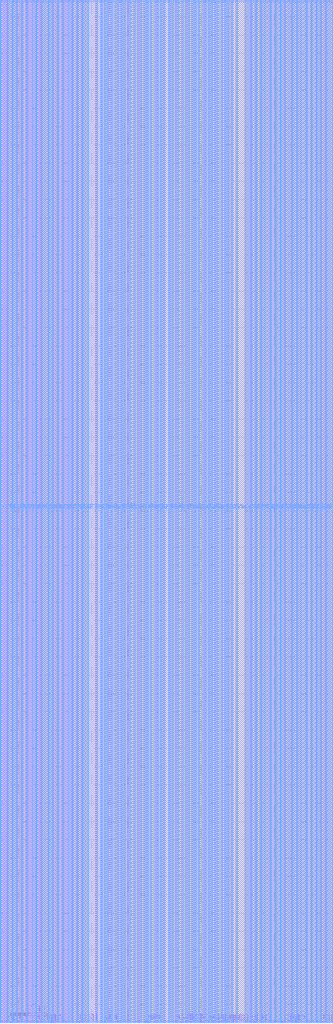
<source format=lef>
# Copyright (c) 2024 SMIC
# Filename   : S013LLLPSP_X256Y8D8.lef
# IP code    : S013LLLPSP
# Version    : v0p2
# CreateDate : Sep 19, 2024

# Name: Single-Port Low Power SRAM, SMIC 0.13um  EE Process
# Configuration: -instname S013LLLPSP_X256Y8D8 -rows 256 -bits 8 -mux 8 
# Redundancy: Off
# Bit-Write: Off

# DISCLAIMER                                                                      
#                                                                                   
#   SMIC hereby provides the quality information to you but makes no claims,      
# promises or guarantees about the accuracy, completeness, or adequacy of the     
# information herein. The information contained herein is provided on an "AS IS"  
# basis without any warranty, and SMIC assumes no obligation to provide support   
# of any kind or otherwise maintain the information.                                
#   SMIC disclaims any representation that the information does not infringe any  
# intellectual property rights or proprietary rights of any third parties. SMIC   
# makes no other warranty, whether express, implied or statutory as to any        
# matter whatsoever, including but not limited to the accuracy or sufficiency of  
# any information or the merchantability and fitness for a particular purpose.    
# Neither SMIC nor any of its representatives shall be liable for any cause of    
# action incurred to connect to this service.                                       
#                                                                                 
# STATEMENT OF USE AND CONFIDENTIALITY                                              
#                                                                                   
#   The following/attached material contains confidential and proprietary           
# information of SMIC. This material is based upon information which SMIC           
# considers reliable, but SMIC neither represents nor warrants that such          
# information is accurate or complete, and it must not be relied upon as such.    
# This information was prepared for informational purposes and is for the use     
# by SMIC's customer only. SMIC reserves the right to make changes in the           
# information at any time without notice.                                           
#   No part of this information may be reproduced, transmitted, transcribed,        
# stored in a retrieval system, or translated into any human or computer           
# language, in any form or by any means, electronic, mechanical, magnetic,          
# optical, chemical, manual, or otherwise, without the prior written consent of   
# SMIC. Any unauthorized use or disclosure of this material is strictly             
# prohibited and may be unlawful. By accepting this material, the receiving         
# party shall be deemed to have acknowledged, accepted, and agreed to be bound    
# by the foregoing limitations and restrictions. Thank you.                         
#                                                                                   
VERSION 5.4 ;
NAMESCASESENSITIVE ON ;
BUSBITCHARS "[]" ;
DIVIDERCHAR "/" ;
MACRO S013LLLPSP_X256Y8D8
 CLASS BLOCK ;
 ORIGIN 0 0 ;
 SYMMETRY X Y R90 ;
 SIZE 182.34 BY 559.045 ;
 PIN Q[0]
 DIRECTION OUTPUT ;
 USE SIGNAL ;
 PORT
 LAYER M2 ;
 RECT 3.965 0 4.165 0.5 ;
 END
 ANTENNAGATEAREA 0.208 ;
 ANTENNADIFFAREA 0.1736 ;
 END Q[0]
 PIN D[0]
 DIRECTION INPUT ;
 USE SIGNAL ;
 PORT
 LAYER M2 ;
 RECT 5.555 0 5.755 0.5 ;
 END
 ANTENNAGATEAREA 0.208 ;
 ANTENNADIFFAREA 0.1736 ;
 END D[0]
 PIN D[1]
 DIRECTION INPUT ;
 USE SIGNAL ;
 PORT
 LAYER M2 ;
 RECT 20.745 0 20.945 0.5 ;
 END
 ANTENNAGATEAREA 0.208 ;
 ANTENNADIFFAREA 0.1736 ;
 END D[1]
 PIN Q[1]
 DIRECTION OUTPUT ;
 USE SIGNAL ;
 PORT
 LAYER M2 ;
 RECT 22.335 0 22.535 0.5 ;
 END
 ANTENNAGATEAREA 0.208 ;
 ANTENNADIFFAREA 0.1736 ;
 END Q[1]
 PIN Q[2]
 DIRECTION OUTPUT ;
 USE SIGNAL ;
 PORT
 LAYER M2 ;
 RECT 26.305 0 26.505 0.5 ;
 END
 ANTENNAGATEAREA 0.208 ;
 ANTENNADIFFAREA 0.1736 ;
 END Q[2]
 PIN D[2]
 DIRECTION INPUT ;
 USE SIGNAL ;
 PORT
 LAYER M2 ;
 RECT 27.895 0 28.095 0.5 ;
 END
 ANTENNAGATEAREA 0.208 ;
 ANTENNADIFFAREA 0.1736 ;
 END D[2]
 PIN D[3]
 DIRECTION INPUT ;
 USE SIGNAL ;
 PORT
 LAYER M2 ;
 RECT 43.085 0 43.285 0.5 ;
 END
 ANTENNAGATEAREA 0.208 ;
 ANTENNADIFFAREA 0.1736 ;
 END D[3]
 PIN Q[3]
 DIRECTION OUTPUT ;
 USE SIGNAL ;
 PORT
 LAYER M2 ;
 RECT 44.675 0 44.875 0.5 ;
 END
 ANTENNAGATEAREA 0.208 ;
 ANTENNADIFFAREA 0.1736 ;
 END Q[3]
 PIN WEN
 DIRECTION INPUT ;
 USE SIGNAL ;
 PORT
 LAYER M2 ;
 RECT 57.37 0 57.57 0.5 ;
 END
 ANTENNAGATEAREA 0.208 ;
 ANTENNADIFFAREA 0.1736 ;
 END WEN
 PIN CLK
 DIRECTION INPUT ;
 USE SIGNAL ;
 PORT
 LAYER M2 ;
 RECT 79.3 0 79.55 0.5 ;
 END
 ANTENNAGATEAREA 0.208 ;
 ANTENNADIFFAREA 0.1736 ;
 END CLK
 PIN CEN
 DIRECTION INPUT ;
 USE SIGNAL ;
 PORT
 LAYER M2 ;
 RECT 80.885 0 81.135 0.5 ;
 END
 ANTENNAGATEAREA 0.208 ;
 ANTENNADIFFAREA 0.1736 ;
 END CEN
 PIN A[7]
 DIRECTION INPUT ;
 USE SIGNAL ;
 PORT
 LAYER M2 ;
 RECT 96.22 0 96.42 0.5 ;
 END
 ANTENNAGATEAREA 0.208 ;
 ANTENNADIFFAREA 0.1736 ;
 END A[7]
 PIN A[6]
 DIRECTION INPUT ;
 USE SIGNAL ;
 PORT
 LAYER M2 ;
 RECT 98.535 0 98.735 0.5 ;
 END
 ANTENNAGATEAREA 0.208 ;
 ANTENNADIFFAREA 0.1736 ;
 END A[6]
 PIN A[9]
 DIRECTION INPUT ;
 USE SIGNAL ;
 PORT
 LAYER M2 ;
 RECT 101.77 0 101.97 0.5 ;
 END
 ANTENNAGATEAREA 0.208 ;
 ANTENNADIFFAREA 0.1736 ;
 END A[9]
 PIN A[8]
 DIRECTION INPUT ;
 USE SIGNAL ;
 PORT
 LAYER M2 ;
 RECT 104.085 0 104.285 0.5 ;
 END
 ANTENNAGATEAREA 0.208 ;
 ANTENNADIFFAREA 0.1736 ;
 END A[8]
 PIN A[10]
 DIRECTION INPUT ;
 USE SIGNAL ;
 PORT
 LAYER M2 ;
 RECT 109.635 0 109.835 0.5 ;
 END
 ANTENNAGATEAREA 0.208 ;
 ANTENNADIFFAREA 0.1736 ;
 END A[10]
 PIN A[3]
 DIRECTION INPUT ;
 USE SIGNAL ;
 PORT
 LAYER M2 ;
 RECT 114.2 0 114.4 0.5 ;
 END
 ANTENNAGATEAREA 0.208 ;
 ANTENNADIFFAREA 0.1736 ;
 END A[3]
 PIN A[5]
 DIRECTION INPUT ;
 USE SIGNAL ;
 PORT
 LAYER M2 ;
 RECT 116.44 0 116.64 0.5 ;
 END
 ANTENNAGATEAREA 0.208 ;
 ANTENNADIFFAREA 0.1736 ;
 END A[5]
 PIN A[4]
 DIRECTION INPUT ;
 USE SIGNAL ;
 PORT
 LAYER M2 ;
 RECT 119.8 0 120 0.5 ;
 END
 ANTENNAGATEAREA 0.208 ;
 ANTENNADIFFAREA 0.1736 ;
 END A[4]
 PIN A[0]
 DIRECTION INPUT ;
 USE SIGNAL ;
 PORT
 LAYER M2 ;
 RECT 124.21 0 124.41 0.5 ;
 END
 ANTENNAGATEAREA 0.208 ;
 ANTENNADIFFAREA 0.1736 ;
 END A[0]
 PIN A[2]
 DIRECTION INPUT ;
 USE SIGNAL ;
 PORT
 LAYER M2 ;
 RECT 125.33 0 125.53 0.5 ;
 END
 ANTENNAGATEAREA 0.208 ;
 ANTENNADIFFAREA 0.1736 ;
 END A[2]
 PIN A[1]
 DIRECTION INPUT ;
 USE SIGNAL ;
 PORT
 LAYER M2 ;
 RECT 127.61 0 127.81 0.5 ;
 END
 ANTENNAGATEAREA 0.208 ;
 ANTENNADIFFAREA 0.1736 ;
 END A[1]
 PIN Q[4]
 DIRECTION OUTPUT ;
 USE SIGNAL ;
 PORT
 LAYER M2 ;
 RECT 137.465 0 137.665 0.5 ;
 END
 ANTENNAGATEAREA 0.208 ;
 ANTENNADIFFAREA 0.1736 ;
 END Q[4]
 PIN D[4]
 DIRECTION INPUT ;
 USE SIGNAL ;
 PORT
 LAYER M2 ;
 RECT 139.055 0 139.255 0.5 ;
 END
 ANTENNAGATEAREA 0.208 ;
 ANTENNADIFFAREA 0.1736 ;
 END D[4]
 PIN D[5]
 DIRECTION INPUT ;
 USE SIGNAL ;
 PORT
 LAYER M2 ;
 RECT 154.245 0 154.445 0.5 ;
 END
 ANTENNAGATEAREA 0.208 ;
 ANTENNADIFFAREA 0.1736 ;
 END D[5]
 PIN Q[5]
 DIRECTION OUTPUT ;
 USE SIGNAL ;
 PORT
 LAYER M2 ;
 RECT 155.835 0 156.035 0.5 ;
 END
 ANTENNAGATEAREA 0.208 ;
 ANTENNADIFFAREA 0.1736 ;
 END Q[5]
 PIN Q[6]
 DIRECTION OUTPUT ;
 USE SIGNAL ;
 PORT
 LAYER M2 ;
 RECT 159.805 0 160.005 0.5 ;
 END
 ANTENNAGATEAREA 0.208 ;
 ANTENNADIFFAREA 0.1736 ;
 END Q[6]
 PIN D[6]
 DIRECTION INPUT ;
 USE SIGNAL ;
 PORT
 LAYER M2 ;
 RECT 161.395 0 161.595 0.5 ;
 END
 ANTENNAGATEAREA 0.208 ;
 ANTENNADIFFAREA 0.1736 ;
 END D[6]
 PIN D[7]
 DIRECTION INPUT ;
 USE SIGNAL ;
 PORT
 LAYER M2 ;
 RECT 176.585 0 176.785 0.5 ;
 END
 ANTENNAGATEAREA 0.208 ;
 ANTENNADIFFAREA 0.1736 ;
 END D[7]
 PIN Q[7]
 DIRECTION OUTPUT ;
 USE SIGNAL ;
 PORT
 LAYER M2 ;
 RECT 178.175 0 178.375 0.5 ;
 END
 ANTENNAGATEAREA 0.208 ;
 ANTENNADIFFAREA 0.1736 ;
 END Q[7]
 PIN VDDP
 USE POWER ;
 PORT
 LAYER M4 ;
 RECT 52.44 0 53.04 559.045 ;    
 END 
 PORT
 LAYER M4 ;
 RECT 57.045 0 57.645 559.045 ;    
 END 
 PORT
 LAYER M4 ;
 RECT 60.645 0 61.245 559.045 ;    
 END 
 PORT
 LAYER M4 ;
 RECT 64.245 0 64.845 559.045 ;    
 END 
 PORT
 LAYER M4 ;
 RECT 67.845 0 68.445 559.045 ;    
 END 
 PORT
 LAYER M4 ;
 RECT 71.445 0 72.045 559.045 ;    
 END 
 PORT
 LAYER M4 ;
 RECT 75.045 0 75.645 559.045 ;    
 END 
 PORT
 LAYER M4 ;
 RECT 78.645 0 79.245 559.045 ;    
 END 
 PORT
 LAYER M4 ;
 RECT 82.245 0 82.845 559.045 ;    
 END 
 PORT
 LAYER M4 ;
 RECT 85.845 0 86.445 559.045 ;    
 END 
 PORT
 LAYER M4 ;
 RECT 89.445 0 90.045 559.045 ;    
 END 
 PORT
 LAYER M4 ;
 RECT 92.295 0 92.895 559.045 ;    
 END 
 PORT
 LAYER M4 ;
 RECT 95.895 0 96.495 559.045 ;    
 END 
 PORT
 LAYER M4 ;
 RECT 99.495 0 100.095 559.045 ;    
 END 
 PORT
 LAYER M4 ;
 RECT 103.095 0 103.695 559.045 ;    
 END 
 PORT
 LAYER M4 ;
 RECT 106.695 0 107.295 559.045 ;    
 END 
 PORT
 LAYER M4 ;
 RECT 110.295 0 110.895 559.045 ;    
 END 
 PORT
 LAYER M4 ;
 RECT 113.895 0 114.495 559.045 ;    
 END 
 PORT
 LAYER M4 ;
 RECT 117.495 0 118.095 559.045 ;    
 END 
 PORT
 LAYER M4 ;
 RECT 121.095 0 121.695 559.045 ;    
 END 
 PORT
 LAYER M4 ;
 RECT 124.695 0 125.295 559.045 ;    
 END 
 PORT
 LAYER M4 ;
 RECT 129.3 0 129.9 559.045 ;    
 END 
 PORT
 LAYER M4 ;
 RECT 0.635 0 1.235 559.045 ; 
 END 
 PORT
 LAYER M4 ;
 RECT 2.925 0 3.525 559.045 ; 
 END 
 PORT
 LAYER M4 ;
 RECT 12.335 0 12.935 559.045 ; 
 END 
 PORT
 LAYER M4 ;
 RECT 13.565 0 14.165 559.045 ; 
 END 
 PORT
 LAYER M4 ;
 RECT 22.975 0 23.575 559.045 ; 
 END 
 PORT
 LAYER M4 ;
 RECT 25.265 0 25.865 559.045 ; 
 END 
 PORT
 LAYER M4 ;
 RECT 34.675 0 35.275 559.045 ; 
 END 
 PORT
 LAYER M4 ;
 RECT 35.905 0 36.505 559.045 ; 
 END 
 PORT
 LAYER M4 ;
 RECT 45.315 0 45.915 559.045 ; 
 END 
 PORT
 LAYER M4 ;
 RECT 47.605 0 48.205 559.045 ; 
 END 
 PORT
 LAYER M4 ;
 RECT 134.135 0 134.735 559.045 ; 
 END 
 PORT
 LAYER M4 ;
 RECT 136.425 0 137.025 559.045 ; 
 END 
 PORT
 LAYER M4 ;
 RECT 145.835 0 146.435 559.045 ; 
 END 
 PORT
 LAYER M4 ;
 RECT 147.065 0 147.665 559.045 ; 
 END 
 PORT
 LAYER M4 ;
 RECT 156.475 0 157.075 559.045 ; 
 END 
 PORT
 LAYER M4 ;
 RECT 158.765 0 159.365 559.045 ; 
 END 
 PORT
 LAYER M4 ;
 RECT 168.175 0 168.775 559.045 ; 
 END 
 PORT
 LAYER M4 ;
 RECT 169.405 0 170.005 559.045 ; 
 END 
 PORT
 LAYER M4 ;
 RECT 178.815 0 179.415 559.045 ; 
 END 
 PORT
 LAYER M4 ;
 RECT 181.105 0 181.705 559.045 ; 
 END 
 END VDDP
 PIN VDDC
 USE POWER ;
 PORT
 LAYER M4 ;
 RECT 7.015 0 7.615 559.045 ;    
 END 
 PORT
 LAYER M4 ;
 RECT 8.245 0 8.845 559.045 ;    
 END 
 PORT
 LAYER M4 ;
 RECT 17.655 0 18.255 559.045 ;    
 END 
 PORT
 LAYER M4 ;
 RECT 18.885 0 19.485 559.045 ;    
 END 
 PORT
 LAYER M4 ;
 RECT 29.355 0 29.955 559.045 ;    
 END 
 PORT
 LAYER M4 ;
 RECT 30.585 0 31.185 559.045 ;    
 END 
 PORT
 LAYER M4 ;
 RECT 39.995 0 40.595 559.045 ;    
 END 
 PORT
 LAYER M4 ;
 RECT 41.225 0 41.825 559.045 ;    
 END 
 PORT
 LAYER M4 ;
 RECT 140.515 0 141.115 559.045 ;    
 END 
 PORT
 LAYER M4 ;
 RECT 141.745 0 142.345 559.045 ;    
 END 
 PORT
 LAYER M4 ;
 RECT 151.155 0 151.755 559.045 ;    
 END 
 PORT
 LAYER M4 ;
 RECT 152.385 0 152.985 559.045 ;    
 END 
 PORT
 LAYER M4 ;
 RECT 162.855 0 163.455 559.045 ;    
 END 
 PORT
 LAYER M4 ;
 RECT 164.085 0 164.685 559.045 ;    
 END 
 PORT
 LAYER M4 ;
 RECT 173.495 0 174.095 559.045 ;    
 END 
 PORT
 LAYER M4 ;
 RECT 174.725 0 175.325 559.045 ;    
 END 
 END VDDC
 PIN VSS
 USE GROUND ;
 PORT
 LAYER M4 ;
 RECT 55.195 0 55.795 559.045 ;      
 END
 PORT
 LAYER M4 ;
 RECT 58.845 0 59.445 559.045 ;      
 END
 PORT
 LAYER M4 ;
 RECT 62.445 0 63.045 559.045 ;      
 END
 PORT
 LAYER M4 ;
 RECT 66.045 0 66.645 559.045 ;      
 END
 PORT
 LAYER M4 ;
 RECT 69.645 0 70.245 559.045 ;      
 END
 PORT
 LAYER M4 ;
 RECT 73.245 0 73.845 559.045 ;      
 END
 PORT
 LAYER M4 ;
 RECT 76.845 0 77.445 559.045 ;      
 END
 PORT
 LAYER M4 ;
 RECT 80.445 0 81.045 559.045 ;      
 END
 PORT
 LAYER M4 ;
 RECT 84.045 0 84.645 559.045 ;      
 END
 PORT
 LAYER M4 ;
 RECT 87.645 0 88.245 559.045 ;      
 END
 PORT
 LAYER M4 ;
 RECT 94.095 0 94.695 559.045 ;      
 END
 PORT
 LAYER M4 ;
 RECT 97.695 0 98.295 559.045 ;      
 END
 PORT
 LAYER M4 ;
 RECT 101.295 0 101.895 559.045 ;      
 END
 PORT
 LAYER M4 ;
 RECT 104.895 0 105.495 559.045 ;      
 END
 PORT
 LAYER M4 ;
 RECT 108.495 0 109.095 559.045 ;      
 END
 PORT
 LAYER M4 ;
 RECT 112.095 0 112.695 559.045 ;      
 END
 PORT
 LAYER M4 ;
 RECT 115.695 0 116.295 559.045 ;      
 END
 PORT
 LAYER M4 ;
 RECT 119.295 0 119.895 559.045 ;      
 END
 PORT
 LAYER M4 ;
 RECT 122.895 0 123.495 559.045 ;      
 END
 PORT
 LAYER M4 ;
 RECT 126.545 0 127.145 559.045 ;      
 END
 PORT
 LAYER M4 ;
 RECT 1.78 0 2.38 559.045 ;    
 END 
 PORT
 LAYER M4 ;
 RECT 4.355 0 4.955 559.045 ;    
 END 
 PORT
 LAYER M4 ;
 RECT 5.585 0 6.185 559.045 ;    
 END 
 PORT
 LAYER M4 ;
 RECT 9.675 0 10.275 559.045 ;    
 END 
 PORT
 LAYER M4 ;
 RECT 10.905 0 11.505 559.045 ;    
 END 
 PORT
 LAYER M4 ;
 RECT 14.995 0 15.595 559.045 ;    
 END 
 PORT
 LAYER M4 ;
 RECT 16.225 0 16.825 559.045 ;    
 END 
 PORT
 LAYER M4 ;
 RECT 20.315 0 20.915 559.045 ;    
 END 
 PORT
 LAYER M4 ;
 RECT 21.545 0 22.145 559.045 ;    
 END 
 PORT
 LAYER M4 ;
 RECT 24.12 0 24.72 559.045 ;    
 END 
 PORT
 LAYER M4 ;
 RECT 26.695 0 27.295 559.045 ;    
 END 
 PORT
 LAYER M4 ;
 RECT 27.925 0 28.525 559.045 ;    
 END 
 PORT
 LAYER M4 ;
 RECT 32.015 0 32.615 559.045 ;    
 END 
 PORT
 LAYER M4 ;
 RECT 33.245 0 33.845 559.045 ;    
 END 
 PORT
 LAYER M4 ;
 RECT 37.335 0 37.935 559.045 ;    
 END 
 PORT
 LAYER M4 ;
 RECT 38.565 0 39.165 559.045 ;    
 END 
 PORT
 LAYER M4 ;
 RECT 42.655 0 43.255 559.045 ;    
 END 
 PORT
 LAYER M4 ;
 RECT 43.885 0 44.485 559.045 ;    
 END 
 PORT
 LAYER M4 ;
 RECT 46.46 0 47.06 559.045 ;    
 END 
 PORT
 LAYER M4 ;
 RECT 135.28 0 135.88 559.045 ;    
 END 
 PORT
 LAYER M4 ;
 RECT 137.855 0 138.455 559.045 ;    
 END 
 PORT
 LAYER M4 ;
 RECT 139.085 0 139.685 559.045 ;    
 END 
 PORT
 LAYER M4 ;
 RECT 143.175 0 143.775 559.045 ;    
 END 
 PORT
 LAYER M4 ;
 RECT 144.405 0 145.005 559.045 ;    
 END 
 PORT
 LAYER M4 ;
 RECT 148.495 0 149.095 559.045 ;    
 END 
 PORT
 LAYER M4 ;
 RECT 149.725 0 150.325 559.045 ;    
 END 
 PORT
 LAYER M4 ;
 RECT 153.815 0 154.415 559.045 ;    
 END 
 PORT
 LAYER M4 ;
 RECT 155.045 0 155.645 559.045 ;    
 END 
 PORT
 LAYER M4 ;
 RECT 157.62 0 158.22 559.045 ;    
 END 
 PORT
 LAYER M4 ;
 RECT 160.195 0 160.795 559.045 ;    
 END 
 PORT
 LAYER M4 ;
 RECT 161.425 0 162.025 559.045 ;    
 END 
 PORT
 LAYER M4 ;
 RECT 165.515 0 166.115 559.045 ;    
 END 
 PORT
 LAYER M4 ;
 RECT 166.745 0 167.345 559.045 ;    
 END 
 PORT
 LAYER M4 ;
 RECT 170.835 0 171.435 559.045 ;    
 END 
 PORT
 LAYER M4 ;
 RECT 172.065 0 172.665 559.045 ;    
 END 
 PORT
 LAYER M4 ;
 RECT 176.155 0 176.755 559.045 ;    
 END 
 PORT
 LAYER M4 ;
 RECT 177.385 0 177.985 559.045 ;    
 END 
 PORT
 LAYER M4 ;
 RECT 179.96 0 180.56 559.045 ;    
 END 
 END VSS
 OBS
 LAYER M2 ;
 RECT 0 0 3.765 0.7 ;
 RECT 4.365 0 5.355 0.7 ;
 RECT 5.955 0 20.545 0.7 ;
 RECT 21.145 0 22.135 0.7 ;
 RECT 22.735 0 26.105 0.7 ;
 RECT 26.705 0 27.695 0.7 ;
 RECT 28.295 0 42.885 0.7 ;
 RECT 43.485 0 44.475 0.7 ;
 RECT 45.075 0 57.17 0.7 ;
 RECT 57.77 0 79.1 0.7 ;
 RECT 79.75 0 80.685 0.7 ;
 RECT 81.335 0 96.02 0.7 ;
 RECT 96.62 0 98.335 0.7 ;
 RECT 98.935 0 101.57 0.7 ;
 RECT 102.17 0 103.885 0.7 ;
 RECT 104.485 0 109.435 0.7 ;
 RECT 110.035 0 114 0.7 ;
 RECT 114.6 0 116.24 0.7 ;
 RECT 116.84 0 119.6 0.7 ;
 RECT 120.2 0 124.01 0.7 ;
 RECT 124.61 0 125.13 0.7 ;
 RECT 125.73 0 127.41 0.7 ;
 RECT 128.01 0 137.265 0.7 ;
 RECT 137.865 0 138.855 0.7 ;
 RECT 139.455 0 154.045 0.7 ;
 RECT 154.645 0 155.635 0.7 ;
 RECT 156.235 0 159.605 0.7 ;
 RECT 160.205 0 161.195 0.7 ;
 RECT 161.795 0 176.385 0.7 ;
 RECT 176.985 0 177.975 0.7 ;
 RECT  178.575 0 182.34 0.7 ;
 RECT  0 559.045 182.34 558.345 ;
 RECT 0 0.7 182.34 558.345 ;
 LAYER M1 ;
 RECT 0 0 182.34 559.045 ;
 LAYER M3 ;
 RECT 0 0 182.34 559.045 ;
 LAYER M4 ;
 RECT 0 0 0.385 559.045 ;
 RECT 3.775 0 4.105 559.045 ;
 RECT 6.435 0 6.765 559.045 ;
 RECT 9.095 0 9.425 559.045 ;
 RECT 11.755 0 12.085 559.045 ;
 RECT 14.415 0 14.745 559.045 ;
 RECT 17.075 0 17.405 559.045 ;
 RECT 19.735 0 20.065 559.045 ;
 RECT 22.395 0 22.725 559.045 ;
 RECT 26.115 0 26.445 559.045 ;
 RECT 28.775 0 29.105 559.045 ;
 RECT 31.435 0 31.765 559.045 ;
 RECT 34.095 0 34.425 559.045 ;
 RECT 36.755 0 37.085 559.045 ;
 RECT 39.415 0 39.745 559.045 ;
 RECT 42.075 0 42.405 559.045 ;
 RECT 44.735 0 45.065 559.045 ;
 RECT 48.455 0 52.19 559.045 ;
 RECT 53.29 0 54.945 559.045 ;
 RECT 56.045 0 56.795 559.045 ;
 RECT 57.895 0 58.595 559.045 ;
 RECT 59.695 0 60.395 559.045 ;
 RECT 61.495 0 62.195 559.045 ;
 RECT 63.295 0 63.995 559.045 ;
 RECT 65.095 0 65.795 559.045 ;
 RECT 66.895 0 67.595 559.045 ;
 RECT 68.695 0 69.395 559.045 ;
 RECT 70.495 0 71.195 559.045 ;
 RECT 72.295 0 72.995 559.045 ;
 RECT 74.095 0 74.795 559.045 ;
 RECT 75.895 0 76.595 559.045 ;
 RECT 77.695 0 78.395 559.045 ;
 RECT 79.495 0 80.195 559.045 ;
 RECT 81.295 0 81.995 559.045 ;
 RECT 83.095 0 83.795 559.045 ;
 RECT 84.895 0 85.595 559.045 ;
 RECT 86.695 0 87.395 559.045 ;
 RECT 88.495 0 89.195 559.045 ;
 RECT 90.295 0 92.045 559.045 ;
 RECT 93.145 0 93.845 559.045 ;
 RECT 94.945 0 95.645 559.045 ;
 RECT 96.745 0 97.445 559.045 ;
 RECT 98.545 0 99.245 559.045 ;
 RECT 100.345 0 101.045 559.045 ;
 RECT 102.145 0 102.845 559.045 ;
 RECT 103.945 0 104.645 559.045 ;
 RECT 105.745 0 106.445 559.045 ;
 RECT 107.545 0 108.245 559.045 ;
 RECT 109.345 0 110.045 559.045 ;
 RECT 111.145 0 111.845 559.045 ;
 RECT 112.945 0 113.645 559.045 ;
 RECT 114.745 0 115.445 559.045 ;
 RECT 116.545 0 117.245 559.045 ;
 RECT 118.345 0 119.045 559.045 ;
 RECT 120.145 0 120.845 559.045 ;
 RECT 121.945 0 122.645 559.045 ;
 RECT 123.745 0 124.445 559.045 ;
 RECT 125.545 0 126.295 559.045 ;
 RECT 127.395 0 129.05 559.045 ;
 RECT 130.15 0 133.885 559.045 ;
 RECT 137.275 0 137.605 559.045 ;
 RECT 139.935 0 140.265 559.045 ;
 RECT 142.595 0 142.925 559.045 ;
 RECT 145.255 0 145.585 559.045 ;
 RECT 147.915 0 148.245 559.045 ;
 RECT 150.575 0 150.905 559.045 ;
 RECT 153.235 0 153.565 559.045 ;
 RECT 155.895 0 156.225 559.045 ;
 RECT 159.615 0 159.945 559.045 ;
 RECT 162.275 0 162.605 559.045 ;
 RECT 164.935 0 165.265 559.045 ;
 RECT 167.595 0 167.925 559.045 ;
 RECT 170.255 0 170.585 559.045 ;
 RECT 172.915 0 173.245 559.045 ;
 RECT 175.575 0 175.905 559.045 ;
 RECT 178.235 0 178.565 559.045 ;
 RECT 181.955 0 182.34 559.045 ;
 END
END S013LLLPSP_X256Y8D8
END LIBRARY

</source>
